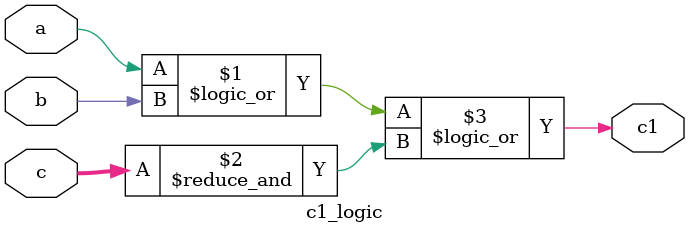
<source format=v>
module c1_logic(input a
              , input b
              , input [7:0] c
              , output wire c1);

assign c1 = (a || b) || (&c[7:0]);

endmodule
</source>
